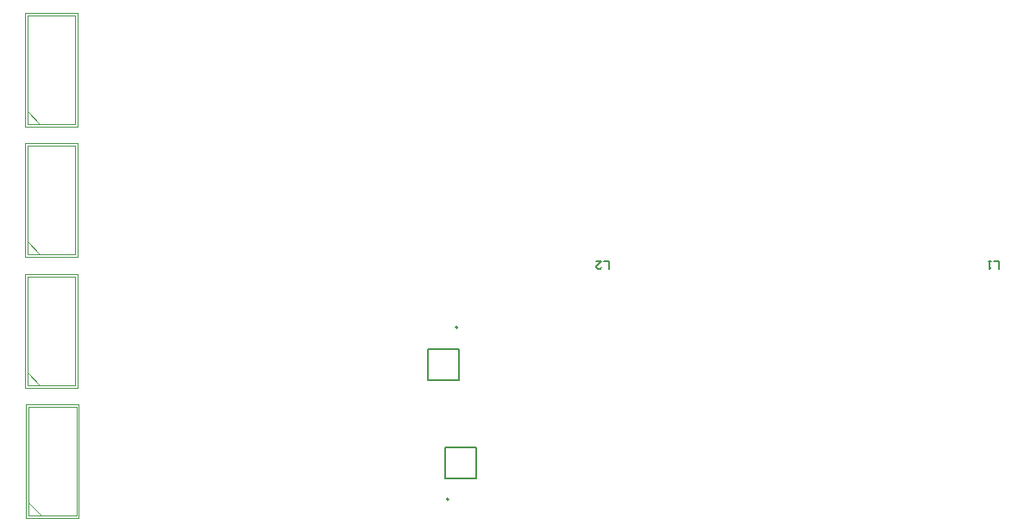
<source format=gbr>
%TF.GenerationSoftware,Altium Limited,Altium Designer,22.2.1 (43)*%
G04 Layer_Color=37055*
%FSLAX44Y44*%
%MOMM*%
%TF.SameCoordinates,040CE2E0-B857-4D47-B26F-9B72162B56B4*%
%TF.FilePolarity,Positive*%
%TF.FileFunction,Other,Top_Designator*%
%TF.Part,Single*%
G01*
G75*
%TA.AperFunction,NonConductor*%
%ADD95C,0.2000*%
%ADD98C,0.1270*%
%ADD184C,0.1000*%
%ADD185C,0.0500*%
D95*
X700670Y771520D02*
G03*
X700670Y771520I-1000J0D01*
G01*
D02*
G03*
X700670Y771520I-1000J0D01*
G01*
X709760Y940440D02*
G03*
X709760Y940440I-1000J0D01*
G01*
D02*
G03*
X709760Y940440I-1000J0D01*
G01*
D98*
X697220Y822970D02*
X727720D01*
X697220Y792470D02*
X727720D01*
Y822970D01*
X697220Y792470D02*
Y822970D01*
X727720D01*
X697220Y792470D02*
X727720D01*
Y822970D01*
X697220Y792470D02*
Y822970D01*
X680710Y888990D02*
X711210D01*
X680710Y919490D02*
X711210D01*
X680710Y888990D02*
Y919490D01*
X711210Y888990D02*
Y919490D01*
X680710Y888990D02*
X711210D01*
X680710Y919490D02*
X711210D01*
X680710Y888990D02*
Y919490D01*
X711210Y888990D02*
Y919490D01*
X858518Y998221D02*
Y1005839D01*
X853440D01*
X845822D02*
X850900D01*
X845822Y1000760D01*
Y999491D01*
X847092Y998221D01*
X849631D01*
X850900Y999491D01*
X1240788Y998221D02*
Y1005839D01*
X1235710D01*
X1233171D02*
X1230632D01*
X1231901D01*
Y998221D01*
X1233171Y999491D01*
D184*
X288540Y768320D02*
X301220Y755640D01*
X288540D02*
X335540D01*
Y862340D01*
X288540D02*
X335540D01*
X288540Y755640D02*
Y862340D01*
Y768320D02*
X301220Y755640D01*
X288540D02*
X335540D01*
Y862340D01*
X288540D02*
X335540D01*
X288540Y755640D02*
Y862340D01*
X287270Y896573D02*
X299950Y883894D01*
X287270D02*
X334270D01*
Y990593D01*
X287270D02*
X334270D01*
X287270Y883894D02*
Y990593D01*
Y896573D02*
X299950Y883894D01*
X287270D02*
X334270D01*
Y990593D01*
X287270D02*
X334270D01*
X287270Y883894D02*
Y990593D01*
Y1024827D02*
X299950Y1012147D01*
X287270D02*
X334270D01*
Y1118847D01*
X287270D02*
X334270D01*
X287270Y1012147D02*
Y1118847D01*
Y1024827D02*
X299950Y1012147D01*
X287270D02*
X334270D01*
Y1118847D01*
X287270D02*
X334270D01*
X287270Y1012147D02*
Y1118847D01*
Y1153080D02*
X299950Y1140400D01*
X287270D02*
X334270D01*
Y1247100D01*
X287270D02*
X334270D01*
X287270Y1140400D02*
Y1247100D01*
Y1153080D02*
X299950Y1140400D01*
X287270D02*
X334270D01*
Y1247100D01*
X287270D02*
X334270D01*
X287270Y1140400D02*
Y1247100D01*
D185*
X286040Y753140D02*
X338040D01*
Y864840D01*
X286040D02*
X338040D01*
X286040Y753140D02*
Y864840D01*
Y753140D02*
X338040D01*
Y864840D01*
X286040D02*
X338040D01*
X286040Y753140D02*
Y864840D01*
X284770Y881393D02*
X336770D01*
Y993093D01*
X284770D02*
X336770D01*
X284770Y881393D02*
Y993093D01*
Y881393D02*
X336770D01*
Y993093D01*
X284770D02*
X336770D01*
X284770Y881393D02*
Y993093D01*
Y1009646D02*
X336770D01*
Y1121347D01*
X284770D02*
X336770D01*
X284770Y1009646D02*
Y1121347D01*
Y1009646D02*
X336770D01*
Y1121347D01*
X284770D02*
X336770D01*
X284770Y1009646D02*
Y1121347D01*
Y1137900D02*
X336770D01*
Y1249600D01*
X284770D02*
X336770D01*
X284770Y1137900D02*
Y1249600D01*
Y1137900D02*
X336770D01*
Y1249600D01*
X284770D02*
X336770D01*
X284770Y1137900D02*
Y1249600D01*
%TF.MD5,3901e15e5ae32827882b8dc09d0ceda5*%
M02*

</source>
